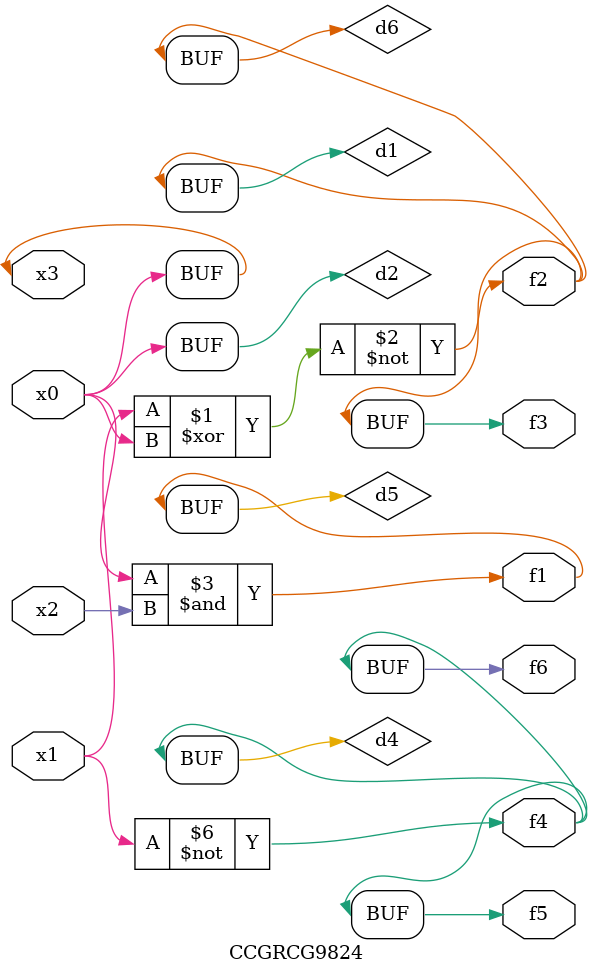
<source format=v>
module CCGRCG9824(
	input x0, x1, x2, x3,
	output f1, f2, f3, f4, f5, f6
);

	wire d1, d2, d3, d4, d5, d6;

	xnor (d1, x1, x3);
	buf (d2, x0, x3);
	nand (d3, x0, x2);
	not (d4, x1);
	nand (d5, d3);
	or (d6, d1);
	assign f1 = d5;
	assign f2 = d6;
	assign f3 = d6;
	assign f4 = d4;
	assign f5 = d4;
	assign f6 = d4;
endmodule

</source>
